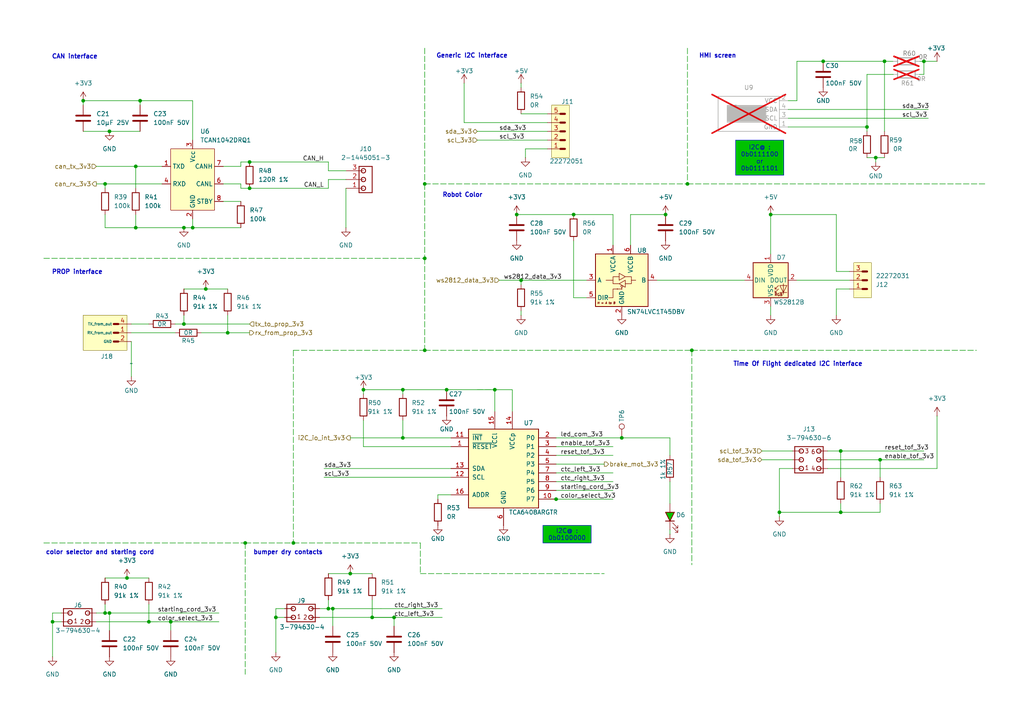
<source format=kicad_sch>
(kicad_sch (version 20231120) (generator "eeschema") (generator_version "8.0")
  (paper "A4")
  (junction (at 95.25 176.53))
  (junction (at 254 45.72))
  (junction (at 151.13 81.28))
  (junction (at 238.76 17.78))
  (junction (at 59.69 83.82))
  (junction (at 149.86 62.23))
  (junction (at 31.75 177.8))
  (junction (at 123.19 101.6))
  (junction (at 223.52 62.23))
  (junction (at 116.84 127))
  (junction (at 161.29 144.78))
  (junction (at 36.83 167.64))
  (junction (at 55.88 66.04))
  (junction (at 243.84 130.81))
  (junction (at 256.54 17.78))
  (junction (at 24.13 29.21))
  (junction (at 71.12 157.48))
  (junction (at 129.54 113.03))
  (junction (at 267.97 17.78))
  (junction (at 80.01 179.07))
  (junction (at 53.34 66.04))
  (junction (at 15.24 180.34))
  (junction (at 105.41 113.03))
  (junction (at 66.04 96.52))
  (junction (at 193.04 62.23))
  (junction (at 101.6 166.37))
  (junction (at 49.53 180.34))
  (junction (at 255.27 133.35))
  (junction (at 199.39 53.34))
  (junction (at 226.06 148.59))
  (junction (at 72.39 46.99))
  (junction (at 39.37 66.04))
  (junction (at 39.37 48.26))
  (junction (at 43.18 180.34))
  (junction (at 96.52 176.53))
  (junction (at 72.39 54.61))
  (junction (at 30.48 177.8))
  (junction (at 123.19 74.93))
  (junction (at 40.64 29.21))
  (junction (at 53.34 93.98))
  (junction (at 166.37 62.23))
  (junction (at 107.95 179.07))
  (junction (at 31.75 38.1))
  (junction (at 200.66 101.6))
  (junction (at 85.09 157.48))
  (junction (at 123.19 53.34))
  (junction (at 180.34 127))
  (junction (at 30.48 53.34))
  (junction (at 251.46 36.83))
  (junction (at 143.51 113.03))
  (junction (at 114.3 179.07))
  (junction (at 116.84 113.03))
  (junction (at 243.84 148.59))
  (wire (pts (xy 182.88 62.23) (xy 193.04 62.23)))
  (wire (pts (xy 38.1 96.52) (xy 50.8 96.52)))
  (wire (pts (xy 69.85 46.99) (xy 72.39 46.99)))
  (wire (pts (xy 251.46 21.59) (xy 259.08 21.59)))
  (wire (pts (xy 92.71 176.53) (xy 95.25 176.53)) (stroke (width 0.1524)))
  (wire (pts (xy 15.24 180.34) (xy 15.24 190.5)) (stroke (width 0.1524)))
  (wire (pts (xy 107.95 179.07) (xy 114.3 179.07)))
  (wire (pts (xy 80.01 176.53) (xy 80.01 179.07)) (stroke (width 0.1524)))
  (wire (pts (xy 30.48 177.8) (xy 31.75 177.8)) (stroke (width 0.1524)))
  (wire (pts (xy 55.88 66.04) (xy 69.85 66.04)))
  (wire (pts (xy 144.78 81.28) (xy 151.13 81.28)))
  (wire (pts (xy 53.34 83.82) (xy 59.69 83.82)))
  (wire (pts (xy 190.5 81.28) (xy 215.9 81.28)))
  (wire (pts (xy 38.1 99.06) (xy 38.1 109.22)))
  (wire (pts (xy 93.98 135.89) (xy 130.81 135.89)))
  (wire (pts (xy 149.86 62.23) (xy 166.37 62.23)))
  (wire (pts (xy 39.37 62.23) (xy 39.37 66.04)))
  (wire (pts (xy 40.64 29.21) (xy 55.88 29.21)))
  (wire (pts (xy 161.29 137.16) (xy 177.8 137.16)))
  (wire (pts (xy 242.57 83.82) (xy 246.38 83.82)))
  (wire (pts (xy 80.01 179.07) (xy 82.55 179.07)) (stroke (width 0.1524)))
  (wire (pts (xy 123.19 74.93) (xy 123.19 101.6)) (stroke (width 0) (type dash)))
  (wire (pts (xy 182.88 71.12) (xy 182.88 62.23)))
  (wire (pts (xy 53.34 93.98) (xy 72.39 93.98)))
  (wire (pts (xy 27.94 180.34) (xy 43.18 180.34)) (stroke (width 0.1524)))
  (wire (pts (xy 240.03 133.35) (xy 255.27 133.35)))
  (wire (pts (xy 100.33 49.53) (xy 95.25 49.53)))
  (wire (pts (xy 46.99 48.26) (xy 39.37 48.26)))
  (wire (pts (xy 228.6 31.75) (xy 269.24 31.75)))
  (wire (pts (xy 255.27 148.59) (xy 243.84 148.59)))
  (wire (pts (xy 80.01 179.07) (xy 80.01 189.23)) (stroke (width 0.1524)))
  (wire (pts (xy 161.29 129.54) (xy 177.8 129.54)))
  (wire (pts (xy 251.46 36.83) (xy 251.46 38.1)))
  (wire (pts (xy 121.92 157.48) (xy 121.92 166.37)) (stroke (width 0) (type dash)))
  (wire (pts (xy 166.37 86.36) (xy 170.18 86.36)))
  (wire (pts (xy 12.7 157.48) (xy 71.12 157.48)) (stroke (width 0) (type dash)))
  (wire (pts (xy 255.27 133.35) (xy 267.97 133.35)))
  (wire (pts (xy 58.42 96.52) (xy 66.04 96.52)))
  (wire (pts (xy 223.52 88.9) (xy 223.52 91.44)))
  (wire (pts (xy 50.8 93.98) (xy 53.34 93.98)))
  (wire (pts (xy 229.87 135.89) (xy 226.06 135.89)))
  (wire (pts (xy 95.25 176.53) (xy 95.25 173.99)) (stroke (width 0.1524)))
  (wire (pts (xy 226.06 135.89) (xy 226.06 148.59)))
  (wire (pts (xy 220.98 130.81) (xy 229.87 130.81)))
  (wire (pts (xy 85.09 157.48) (xy 121.92 157.48)) (stroke (width 0) (type dash)))
  (wire (pts (xy 199.39 53.34) (xy 285.75 53.34)) (stroke (width 0) (type dash)))
  (wire (pts (xy 43.18 175.26) (xy 43.18 180.34)) (stroke (width 0.1524)))
  (wire (pts (xy 161.29 144.78) (xy 177.8 144.78)))
  (wire (pts (xy 238.76 17.78) (xy 256.54 17.78)))
  (wire (pts (xy 71.12 157.48) (xy 71.12 195.58)) (stroke (width 0) (type dash)))
  (wire (pts (xy 138.43 40.64) (xy 158.75 40.64)))
  (wire (pts (xy 39.37 66.04) (xy 53.34 66.04)))
  (wire (pts (xy 267.97 17.78) (xy 271.78 17.78)))
  (wire (pts (xy 31.75 38.1) (xy 40.64 38.1)))
  (wire (pts (xy 96.52 176.53) (xy 110.49 176.53)) (stroke (width 0.1524)))
  (wire (pts (xy 255.27 146.05) (xy 255.27 148.59)))
  (wire (pts (xy 256.54 17.78) (xy 259.08 17.78)))
  (wire (pts (xy 43.18 180.34) (xy 49.53 180.34)))
  (wire (pts (xy 95.25 46.99) (xy 95.25 49.53)))
  (wire (pts (xy 30.48 53.34) (xy 30.48 54.61)))
  (wire (pts (xy 242.57 78.74) (xy 246.38 78.74)))
  (wire (pts (xy 200.66 101.6) (xy 283.21 101.6)) (stroke (width 0) (type dash)))
  (wire (pts (xy 256.54 17.78) (xy 256.54 38.1)))
  (wire (pts (xy 134.62 35.56) (xy 158.75 35.56)))
  (wire (pts (xy 127 143.51) (xy 130.81 143.51)))
  (wire (pts (xy 161.29 142.24) (xy 177.8 142.24)))
  (wire (pts (xy 72.39 46.99) (xy 95.25 46.99)))
  (wire (pts (xy 271.78 120.65) (xy 271.78 135.89)))
  (wire (pts (xy 30.48 53.34) (xy 46.99 53.34)))
  (wire (pts (xy 151.13 81.28) (xy 151.13 82.55)))
  (wire (pts (xy 223.52 62.23) (xy 223.52 73.66)))
  (wire (pts (xy 53.34 91.44) (xy 53.34 93.98)))
  (wire (pts (xy 15.24 180.34) (xy 17.78 180.34)) (stroke (width 0.1524)))
  (wire (pts (xy 138.43 113.03) (xy 143.51 113.03)) (stroke (width 0) (type dash)))
  (wire (pts (xy 161.29 132.08) (xy 177.8 132.08)))
  (wire (pts (xy 38.1 93.98) (xy 43.18 93.98)))
  (wire (pts (xy 161.29 134.62) (xy 175.26 134.62)))
  (wire (pts (xy 151.13 33.02) (xy 158.75 33.02)))
  (wire (pts (xy 69.85 48.26) (xy 69.85 46.99)))
  (wire (pts (xy 64.77 58.42) (xy 69.85 58.42)))
  (wire (pts (xy 151.13 81.28) (xy 170.18 81.28)))
  (wire (pts (xy 114.3 179.07) (xy 114.3 181.61)))
  (wire (pts (xy 64.77 53.34) (xy 69.85 53.34)))
  (wire (pts (xy 134.62 24.13) (xy 134.62 35.56)))
  (wire (pts (xy 255.27 133.35) (xy 255.27 138.43)))
  (wire (pts (xy 27.94 48.26) (xy 39.37 48.26)))
  (wire (pts (xy 231.14 29.21) (xy 231.14 17.78)))
  (wire (pts (xy 251.46 21.59) (xy 251.46 36.83)))
  (wire (pts (xy 30.48 66.04) (xy 30.48 62.23)))
  (wire (pts (xy 223.52 62.23) (xy 242.57 62.23)))
  (wire (pts (xy 31.75 177.8) (xy 31.75 182.88)))
  (wire (pts (xy 243.84 148.59) (xy 226.06 148.59)))
  (wire (pts (xy 24.13 29.21) (xy 24.13 30.48)))
  (wire (pts (xy 24.13 29.21) (xy 40.64 29.21)))
  (wire (pts (xy 231.14 81.28) (xy 246.38 81.28)))
  (wire (pts (xy 36.83 167.64) (xy 43.18 167.64)) (stroke (width 0.1524)))
  (wire (pts (xy 158.75 43.18) (xy 152.4 43.18)))
  (wire (pts (xy 66.04 96.52) (xy 72.39 96.52)))
  (wire (pts (xy 158.75 144.78) (xy 161.29 144.78)))
  (wire (pts (xy 17.78 177.8) (xy 15.24 177.8)) (stroke (width 0.1524)))
  (wire (pts (xy 49.53 180.34) (xy 63.5 180.34)))
  (wire (pts (xy 121.92 166.37) (xy 175.26 166.37)) (stroke (width 0) (type dash)))
  (wire (pts (xy 116.84 121.92) (xy 116.84 127)))
  (wire (pts (xy 40.64 29.21) (xy 40.64 30.48)))
  (wire (pts (xy 138.43 38.1) (xy 158.75 38.1)))
  (wire (pts (xy 220.98 133.35) (xy 229.87 133.35)))
  (wire (pts (xy 24.13 38.1) (xy 31.75 38.1)))
  (wire (pts (xy 271.78 135.89) (xy 240.03 135.89)))
  (wire (pts (xy 107.95 179.07) (xy 114.3 179.07)) (stroke (width 0.1524)))
  (wire (pts (xy 66.04 91.44) (xy 66.04 96.52)))
  (wire (pts (xy 71.12 157.48) (xy 85.09 157.48)) (stroke (width 0) (type dash)))
  (wire (pts (xy 148.59 119.38) (xy 148.59 113.03)))
  (wire (pts (xy 251.46 45.72) (xy 254 45.72)))
  (wire (pts (xy 143.51 119.38) (xy 143.51 113.03)))
  (wire (pts (xy 254 45.72) (xy 254 46.99)))
  (wire (pts (xy 105.41 114.3) (xy 105.41 113.03)))
  (wire (pts (xy 105.41 129.54) (xy 130.81 129.54)))
  (wire (pts (xy 242.57 62.23) (xy 242.57 78.74)))
  (wire (pts (xy 116.84 113.03) (xy 116.84 114.3)))
  (wire (pts (xy 39.37 66.04) (xy 30.48 66.04)))
  (wire (pts (xy 101.6 127) (xy 116.84 127)))
  (wire (pts (xy 69.85 54.61) (xy 72.39 54.61)))
  (wire (pts (xy 123.19 101.6) (xy 200.66 101.6)) (stroke (width 0) (type dash)))
  (wire (pts (xy 15.24 177.8) (xy 15.24 180.34)) (stroke (width 0.1524)))
  (wire (pts (xy 45.72 177.8) (xy 63.5 177.8)))
  (wire (pts (xy 55.88 63.5) (xy 55.88 66.04)))
  (wire (pts (xy 226.06 148.59) (xy 226.06 149.86)))
  (wire (pts (xy 43.18 180.34) (xy 45.72 180.34)) (stroke (width 0.1524)))
  (wire (pts (xy 64.77 48.26) (xy 69.85 48.26)))
  (wire (pts (xy 116.84 113.03) (xy 129.54 113.03)))
  (wire (pts (xy 151.13 24.13) (xy 151.13 25.4)))
  (wire (pts (xy 228.6 34.29) (xy 269.24 34.29)))
  (wire (pts (xy 231.14 29.21) (xy 228.6 29.21)))
  (wire (pts (xy 148.59 113.03) (xy 143.51 113.03)))
  (wire (pts (xy 92.71 179.07) (xy 107.95 179.07)) (stroke (width 0.1524)))
  (wire (pts (xy 243.84 130.81) (xy 267.97 130.81)))
  (wire (pts (xy 161.29 127) (xy 180.34 127)))
  (wire (pts (xy 243.84 146.05) (xy 243.84 148.59)))
  (wire (pts (xy 199.39 13.97) (xy 199.39 53.34)) (stroke (width 0) (type dash)))
  (wire (pts (xy 95.25 54.61) (xy 95.25 52.07)))
  (wire (pts (xy 114.3 179.07) (xy 128.27 179.07)))
  (wire (pts (xy 161.29 139.7) (xy 177.8 139.7)))
  (wire (pts (xy 110.49 176.53) (xy 128.27 176.53)))
  (wire (pts (xy 242.57 83.82) (xy 242.57 91.44)))
  (wire (pts (xy 152.4 43.18) (xy 152.4 45.72)))
  (wire (pts (xy 107.95 173.99) (xy 107.95 179.07)) (stroke (width 0.1524)))
  (wire (pts (xy 123.19 53.34) (xy 199.39 53.34)) (stroke (width 0) (type dash)))
  (wire (pts (xy 194.31 127) (xy 194.31 132.08)))
  (wire (pts (xy 101.6 166.37) (xy 107.95 166.37)) (stroke (width 0.1524)))
  (wire (pts (xy 240.03 130.81) (xy 243.84 130.81)))
  (wire (pts (xy 127 143.51) (xy 127 144.78)))
  (wire (pts (xy 95.25 166.37) (xy 101.6 166.37)) (stroke (width 0.1524)))
  (wire (pts (xy 85.09 101.6) (xy 123.19 101.6)) (stroke (width 0) (type dash)))
  (wire (pts (xy 55.88 29.21) (xy 55.88 40.64)))
  (wire (pts (xy 82.55 176.53) (xy 80.01 176.53)) (stroke (width 0.1524)))
  (wire (pts (xy 116.84 127) (xy 130.81 127)))
  (wire (pts (xy 30.48 167.64) (xy 36.83 167.64)) (stroke (width 0.1524)))
  (wire (pts (xy 72.39 54.61) (xy 95.25 54.61)))
  (wire (pts (xy 267.97 17.78) (xy 267.97 21.59)))
  (wire (pts (xy 267.97 17.78) (xy 266.7 17.78)))
  (wire (pts (xy 27.94 53.34) (xy 30.48 53.34)))
  (wire (pts (xy 100.33 54.61) (xy 100.33 66.04)))
  (wire (pts (xy 27.94 177.8) (xy 30.48 177.8)) (stroke (width 0.1524)))
  (wire (pts (xy 12.7 74.93) (xy 123.19 74.93)) (stroke (width 0) (type dash)))
  (wire (pts (xy 105.41 121.92) (xy 105.41 129.54)))
  (wire (pts (xy 267.97 21.59) (xy 266.7 21.59)))
  (wire (pts (xy 166.37 62.23) (xy 177.8 62.23)))
  (wire (pts (xy 49.53 180.34) (xy 49.53 182.88)))
  (wire (pts (xy 243.84 130.81) (xy 243.84 138.43)))
  (wire (pts (xy 200.66 101.6) (xy 200.66 163.83)) (stroke (width 0) (type dash)))
  (wire (pts (xy 95.25 52.07) (xy 100.33 52.07)))
  (wire (pts (xy 123.19 53.34) (xy 123.19 74.93)) (stroke (width 0) (type dash)))
  (wire (pts (xy 180.34 127) (xy 194.31 127)))
  (wire (pts (xy 231.14 17.78) (xy 238.76 17.78)))
  (wire (pts (xy 30.48 177.8) (xy 30.48 175.26)) (stroke (width 0.1524)))
  (wire (pts (xy 129.54 113.03) (xy 143.51 113.03)))
  (wire (pts (xy 151.13 90.17) (xy 151.13 91.44)))
  (wire (pts (xy 194.31 139.7) (xy 194.31 146.05)))
  (wire (pts (xy 96.52 176.53) (xy 96.52 181.61)))
  (wire (pts (xy 256.54 45.72) (xy 254 45.72)))
  (wire (pts (xy 177.8 62.23) (xy 177.8 71.12)))
  (wire (pts (xy 53.34 66.04) (xy 55.88 66.04)))
  (wire (pts (xy 95.25 176.53) (xy 96.52 176.53)) (stroke (width 0.1524)))
  (wire (pts (xy 228.6 36.83) (xy 251.46 36.83)))
  (wire (pts (xy 31.75 177.8) (xy 45.72 177.8)) (stroke (width 0.1524)))
  (wire (pts (xy 123.19 13.97) (xy 123.19 53.34)) (stroke (width 0) (type dash)))
  (wire (pts (xy 85.09 101.6) (xy 85.09 157.48)) (stroke (width 0) (type dash)))
  (wire (pts (xy 39.37 48.26) (xy 39.37 54.61)))
  (wire (pts (xy 105.41 113.03) (xy 116.84 113.03)))
  (wire (pts (xy 93.98 138.43) (xy 130.81 138.43)))
  (wire (pts (xy 194.31 153.67) (xy 194.31 154.94)))
  (wire (pts (xy 59.69 83.82) (xy 66.04 83.82)))
  (wire (pts (xy 69.85 53.34) (xy 69.85 54.61)))
  (wire (pts (xy 166.37 69.85) (xy 166.37 86.36)))
  (text_box "I2C@ : 0b0111100 or 0b0111101" (at 213.36 40.64 0) (size 13.97 10.16) (fill (type color) (color 0 194 0 1)) (effects (font (size 1.27 1.27))))
  (text_box "I2C@ : 0b0100000" (at 157.48 152.4 0) (size 13.97 5.08) (fill (type color) (color 0 194 0 1)) (effects (font (size 1.27 1.27))))
  (text "CAN interface" (at 14.986 17.272 0) (effects (font (size 1.27 1.27) (thickness 0.254) (bold yes)) (justify left bottom)))
  (text "Robot Color" (at 128.27 57.404 0) (effects (font (size 1.27 1.27) (thickness 0.254) (bold yes)) (justify left bottom)))
  (text "HMI screen" (at 202.692 17.018 0) (effects (font (size 1.27 1.27) (thickness 0.254) (bold yes)) (justify left bottom)))
  (text "PROP interface" (at 14.986 79.756 0) (effects (font (size 1.27 1.27) (thickness 0.254) (bold yes)) (justify left bottom)))
  (text "bumper dry contacts\n" (at 73.406 161.036 0) (effects (font (size 1.27 1.27) (thickness 0.254) (bold yes)) (justify left bottom)))
  (text "Generic I2C interface" (at 126.492 17.018 0) (effects (font (size 1.27 1.27) (thickness 0.254) (bold yes)) (justify left bottom)))
  (text "color selector and starting cord" (at 13.208 161.036 0) (effects (font (size 1.27 1.27) (thickness 0.254) (bold yes)) (justify left bottom)))
  (text "Time Of Flight dedicated I2C interface" (at 212.598 106.426 0) (effects (font (size 1.27 1.27) (thickness 0.254) (bold yes)) (justify left bottom)))
  (label "enable_tof_3v3" (at 162.56 129.54 0))
  (label "scl_3v3" (at 93.98 138.43 0))
  (label "ctc_left_3v3" (at 162.56 137.16 0))
  (label "scl_3v3" (at 144.78 40.64 0))
  (label "CAN_H" (at 93.98 46.99 180))
  (label "sda_3v3" (at 93.98 135.89 0))
  (label "CAN_L" (at 93.98 54.61 180))
  (label "starting_cord_3v3" (at 45.72 177.8 0))
  (label "ctc_left_3v3" (at 114.3 179.07 0))
  (label "led_com_3v3" (at 162.56 127 0))
  (label "reset_tof_3v3" (at 256.54 130.81 0))
  (label "starting_cord_3v3" (at 162.56 142.24 0))
  (label "ws2812_data_3v3" (at 146.05 81.28 0))
  (label "enable_tof_3v3" (at 256.54 133.35 0))
  (label "sda_3v3" (at 144.78 38.1 0))
  (label "scl_3v3" (at 261.62 34.29 0))
  (label "color_select_3v3" (at 45.72 180.34 0))
  (label "color_select_3v3" (at 162.56 144.78 0))
  (label "reset_tof_3v3" (at 162.56 132.08 0))
  (label "ctc_right_3v3" (at 162.56 139.7 0))
  (label "sda_3v3" (at 261.62 31.75 0))
  (label "ctc_right_3v3" (at 114.3 176.53 0))
  (hierarchical_label "rx_from_prop_3v3" (shape output) (at 72.39 96.52 0))
  (hierarchical_label "sda_tof_3v3" (shape bidirectional) (at 220.98 133.35 180))
  (hierarchical_label "ws2812_data_3v3" (shape input) (at 144.78 81.28 180))
  (hierarchical_label "scl_tof_3v3" (shape input) (at 220.98 130.81 180))
  (hierarchical_label "can_tx_3v3" (shape input) (at 27.94 48.26 180))
  (hierarchical_label "can_rx_3v3" (shape output) (at 27.94 53.34 180))
  (hierarchical_label "i2C_io_int_3v3" (shape output) (at 101.6 127 180))
  (hierarchical_label "brake_mot_3v3" (shape output) (at 175.26 134.62 0))
  (hierarchical_label "sda_3v3" (shape bidirectional) (at 138.43 38.1 180))
  (hierarchical_label "tx_to_prop_3v3" (shape input) (at 72.39 93.98 0))
  (hierarchical_label "scl_3v3" (shape input) (at 138.43 40.64 180))
  (symbol (lib_id "cocotter_connectors:3-794630-6") (at 234.95 133.35 0) (unit 1)
    (property "Reference" "J13" (at 234.6325 124.46 0))
    (property "Value" "3-794630-6" (at 234.6325 127 0))
    (property "Footprint" "cocotter_connectors:3-794630-6" (effects (hide yes)))
    (property "Datasheet" "https://www.te.com/commerce/DocumentDelivery/DDEController?Action=srchrtrv&DocNm=82181_SOFTSHELL_HIGH_DENSITY&DocType=Catalog%20Section&DocLang=English&DocFormat=pdf&PartCntxt=794618-4" (effects (hide yes)))
    (property "Description" "2x3POS MICRO MNL ASSY, vertical HDR" (effects (hide yes)))
  )
  (symbol (lib_id "cocotter_resistors:R_0R_0603") (at 262.89 17.78 90) (unit 1) (dnp yes)
    (property "Reference" "R60" (at 265.684 15.494 90) (effects (justify left)))
    (property "Value" "0R" (at 267.716 16.51 90))
    (property "Footprint" "cocotter_resistor:r0603_reflow" (effects (hide yes)))
    (property "Description" "Resistor" (effects (hide yes)))
    (property "Specification" "0R 0603 20mOhms max 100mW" (effects (hide yes)))
    (property "JLCPCB Part #" "C431718" (effects (hide yes)))
  )
  (symbol (lib_id "power:+3V3") (at 36.83 167.64 0) (unit 1)
    (property "Reference" "#PWR49" (effects (hide yes)))
    (property "Value" "+3V3" (at 36.83 162.56 0))
    (property "Description" "Power symbol creates a global label with name \"+3V3\"" (effects (hide yes)))
  )
  (symbol (lib_id "power:GND") (at 49.53 190.5 0) (unit 1)
    (property "Reference" "#PWR53" (effects (hide yes)))
    (property "Value" "GND" (at 49.53 195.58 0))
    (property "Description" "Power symbol creates a global label with name \"GND\" , ground" (effects (hide yes)))
  )
  (symbol (lib_id "power:GND") (at 100.33 66.04 0) (unit 1)
    (property "Reference" "#PWR59" (effects (hide yes)))
    (property "Value" "GND" (at 100.33 71.12 0))
    (property "Description" "Power symbol creates a global label with name \"GND\" , ground" (effects (hide yes)))
  )
  (symbol (lib_id "power:+3V3") (at 134.62 24.13 0) (unit 1)
    (property "Reference" "#PWR65" (effects (hide yes)))
    (property "Value" "+3V3" (at 134.62 20.574 0))
    (property "Description" "Power symbol creates a global label with name \"+3V3\"" (effects (hide yes)))
  )
  (symbol (lib_id "power:GND") (at 15.24 190.5 0) (unit 1)
    (property "Reference" "#PWR44" (effects (hide yes)))
    (property "Value" "GND" (at 15.24 195.58 0))
    (property "Description" "Power symbol creates a global label with name \"GND\" , ground" (effects (hide yes)))
  )
  (symbol (lib_id "cocotter_resistors:R_91k_0603_1%") (at 116.84 118.11 0) (unit 1)
    (property "Reference" "R52" (at 119.38 116.8399 0) (effects (justify left)))
    (property "Value" "91k 1%" (at 119.38 119.3799 0) (effects (justify left)))
    (property "Footprint" "cocotter_resistor:r0603_reflow" (effects (hide yes)))
    (property "Description" "Resistor" (effects (hide yes)))
    (property "Specification" "91k 0603 1% 100mW" (effects (hide yes)))
    (property "JLCPCB Part #" "C23265" (effects (hide yes)))
  )
  (symbol (lib_id "power:GND") (at 254 46.99 0) (unit 1)
    (property "Reference" "#PWR81" (effects (hide yes)))
    (property "Value" "GND" (at 254 51.054 0))
    (property "Description" "Power symbol creates a global label with name \"GND\" , ground" (effects (hide yes)))
  )
  (symbol (lib_id "cocotter_ic:TCAN1042DRQ1") (at 55.88 50.8 0) (unit 1)
    (property "Reference" "U6" (at 58.0741 38.1 0) (effects (justify left)))
    (property "Value" "TCAN1042DRQ1" (at 58.0741 40.64 0) (effects (justify left)))
    (property "Footprint" "cocotter_ic:D0008A" (effects (hide yes)))
    (property "Description" "5Mbps Transceiver SOIC-8 CAN Transceivers ROHS" (effects (hide yes)))
    (property "JLC" "C118837" (effects (hide yes)))
  )
  (symbol (lib_id "power:+3V3") (at 105.41 113.03 0) (unit 1)
    (property "Reference" "#PWR61" (effects (hide yes)))
    (property "Value" "+3V3" (at 105.41 109.474 0))
    (property "Description" "Power symbol creates a global label with name \"+3V3\"" (effects (hide yes)))
  )
  (symbol (lib_id "cocotter_diodes:WS2812B") (at 223.52 81.28 0) (unit 1)
    (property "Reference" "D7" (at 226.568 74.676 0))
    (property "Value" "WS2812B" (at 228.854 87.63 0))
    (property "Footprint" "cocotter_diodes:LED_WS2812B_PLCC4_5.0x5.0mm_P3.2mm" (effects (hide yes)))
    (property "Datasheet" "https://cdn-shop.adafruit.com/datasheets/WS2812B.pdf" (effects (hide yes)))
    (property "Description" "RGB LED with integrated controller" (effects (hide yes)))
  )
  (symbol (lib_id "power:+5V") (at 223.52 62.23 0) (unit 1)
    (property "Reference" "#PWR76" (effects (hide yes)))
    (property "Value" "+5V" (at 223.52 57.15 0))
    (property "Description" "Power symbol creates a global label with name \"+5V\"" (effects (hide yes)))
  )
  (symbol (lib_id "cocotter_resistors:R_91k_0603_1%") (at 66.04 87.63 0) (unit 1)
    (property "Reference" "R46" (at 68.58 86.3599 0) (effects (justify left)))
    (property "Value" "91k 1%" (at 68.58 88.8999 0) (effects (justify left)))
    (property "Footprint" "cocotter_resistor:r0603_reflow" (effects (hide yes)))
    (property "Description" "Resistor" (effects (hide yes)))
    (property "Specification" "91k 0603 1% 100mW" (effects (hide yes)))
    (property "JLCPCB Part #" "C23265" (effects (hide yes)))
  )
  (symbol (lib_id "power:GND") (at 127 152.4 0) (unit 1)
    (property "Reference" "#PWR63" (effects (hide yes)))
    (property "Value" "GND" (at 127 156.21 0))
    (property "Description" "Power symbol creates a global label with name \"GND\" , ground" (effects (hide yes)))
  )
  (symbol (lib_id "cocotter_capacitors:C_10µF_25V_0805_X5R") (at 24.13 34.29 0) (unit 1)
    (property "Reference" "C21" (at 27.94 33.0199 0) (effects (justify left)))
    (property "Value" "10µF 25V" (at 27.94 35.5599 0) (effects (justify left)))
    (property "Footprint" "cocotter_capacitors:C_0805_2012Metric" (effects (hide yes)))
    (property "Description" "Unpolarized capacitor" (effects (hide yes)))
    (property "Specification" "10µF 25V X7R 0805 " (effects (hide yes)))
    (property "JLCPCB Part #" "C15850" (effects (hide yes)))
  )
  (symbol (lib_id "cocotter_resistors:R_91k_0603_1%") (at 53.34 87.63 0) (unit 1)
    (property "Reference" "R44" (at 55.88 86.3599 0) (effects (justify left)))
    (property "Value" "91k 1%" (at 55.88 88.8999 0) (effects (justify left)))
    (property "Footprint" "cocotter_resistor:r0603_reflow" (effects (hide yes)))
    (property "Description" "Resistor" (effects (hide yes)))
    (property "Specification" "91k 0603 1% 100mW" (effects (hide yes)))
    (property "JLCPCB Part #" "C23265" (effects (hide yes)))
  )
  (symbol (lib_id "power:+3V3") (at 271.78 17.78 0) (unit 1)
    (property "Reference" "#PWR82" (effects (hide yes)))
    (property "Value" "+3V3" (at 271.526 13.97 0))
    (property "Description" "Power symbol creates a global label with name \"+3V3\"" (effects (hide yes)))
  )
  (symbol (lib_id "cocotter_resistors:R_1k_0603_1%") (at 194.31 135.89 0) (unit 1)
    (property "Reference" "R57" (at 194.31 135.89 90))
    (property "Value" "1k 1%" (at 192.278 136.144 90))
    (property "Footprint" "cocotter_resistor:r0603_reflow" (effects (hide yes)))
    (property "Description" "Resistor" (effects (hide yes)))
    (property "Specification" "10k 0603 1% 100mW" (effects (hide yes)))
    (property "mouser" "603-RC0603FR-10100KL" (effects (hide yes)))
    (property "JLCPCB Part #" "C2991540" (effects (hide yes)))
  )
  (symbol (lib_id "cocotter_resistors:R_91k_0603_1%") (at 95.25 170.18 0) (unit 1)
    (property "Reference" "R49" (at 97.79 168.9099 0) (effects (justify left)))
    (property "Value" "91k 1%" (at 97.79 171.4499 0) (effects (justify left)))
    (property "Footprint" "cocotter_resistor:r0603_reflow" (effects (hide yes)))
    (property "Description" "Resistor" (effects (hide yes)))
    (property "Specification" "91k 0603 1% 100mW" (effects (hide yes)))
    (property "JLCPCB Part #" "C23265" (effects (hide yes)))
  )
  (symbol (lib_id "power:GND") (at 31.75 38.1 0) (unit 1)
    (property "Reference" "#PWR46" (effects (hide yes)))
    (property "Value" "GND" (at 31.75 43.18 0))
    (property "Description" "Power symbol creates a global label with name \"GND\" , ground" (effects (hide yes)))
  )
  (symbol (lib_id "cocotter_resistors:R_0R_0603") (at 151.13 29.21 0) (unit 1)
    (property "Reference" "R54" (at 153.67 27.9399 0) (effects (justify left)))
    (property "Value" "0R" (at 153.67 30.4799 0) (effects (justify left)))
    (property "Footprint" "cocotter_resistor:r0603_reflow" (effects (hide yes)))
    (property "Description" "Resistor" (effects (hide yes)))
    (property "Specification" "0R 0603 20mOhms max 100mW" (effects (hide yes)))
    (property "JLCPCB Part #" "C431718" (effects (hide yes)))
  )
  (symbol (lib_id "pmi_2023_specific:+3V3_m") (at 59.69 83.82 0) (unit 1)
    (property "Reference" "#PWR56" (effects (hide yes)))
    (property "Value" "+3V3" (at 59.69 78.74 0))
    (property "Description" "Power symbol creates a global label with name \"+3V3_m\"" (effects (hide yes)))
  )
  (symbol (lib_id "power:GND") (at 180.34 91.44 0) (unit 1)
    (property "Reference" "#PWR72" (effects (hide yes)))
    (property "Value" "GND" (at 180.34 96.52 0))
    (property "Description" "Power symbol creates a global label with name \"GND\" , ground" (effects (hide yes)))
  )
  (symbol (lib_id "power:+5V") (at 193.04 62.23 0) (unit 1)
    (property "Reference" "#PWR74" (effects (hide yes)))
    (property "Value" "+5V" (at 193.04 57.15 0))
    (property "Description" "Power symbol creates a global label with name \"+5V\"" (effects (hide yes)))
  )
  (symbol (lib_id "cocotter_resistors:R_91k_0603_1%") (at 107.95 170.18 0) (unit 1)
    (property "Reference" "R51" (at 110.49 168.9099 0) (effects (justify left)))
    (property "Value" "91k 1%" (at 110.49 171.4499 0) (effects (justify left)))
    (property "Footprint" "cocotter_resistor:r0603_reflow" (effects (hide yes)))
    (property "Description" "Resistor" (effects (hide yes)))
    (property "Specification" "91k 0603 1% 100mW" (effects (hide yes)))
    (property "JLCPCB Part #" "C23265" (effects (hide yes)))
  )
  (symbol (lib_id "cocotter_capacitors:C_100nF_50V_0603") (at 129.54 116.84 0) (unit 1)
    (property "Reference" "C27" (at 130.175 114.3 0) (effects (justify left)))
    (property "Value" "100nF 50V" (at 130.175 119.38 0) (effects (justify left)))
    (property "Footprint" "cocotter_capacitors:C_0603_1608Metric" (effects (hide yes)))
    (property "Description" "Unpolarized capacitor tol +/-10%" (effects (hide yes)))
    (property "Specification" "100nF 50V X7R 0603 " (effects (hide yes)))
    (property "JLCPCB Part #" "C14663" (effects (hide yes)))
  )
  (symbol (lib_id "power:GND") (at 53.34 66.04 0) (unit 1)
    (property "Reference" "#PWR55" (effects (hide yes)))
    (property "Value" "GND" (at 53.34 71.12 0))
    (property "Description" "Power symbol creates a global label with name \"GND\" , ground" (effects (hide yes)))
  )
  (symbol (lib_id "cocotter_resistors:R_100k_0603_1%") (at 39.37 58.42 0) (unit 1)
    (property "Reference" "R41" (at 41.91 57.1499 0) (effects (justify left)))
    (property "Value" "100k" (at 41.91 59.6899 0) (effects (justify left)))
    (property "Footprint" "cocotter_resistor:r0603_reflow" (effects (hide yes)))
    (property "Description" "Resistor" (effects (hide yes)))
    (property "Specification" "100k 0603 1% 100mW" (effects (hide yes)))
    (property "mouser" "603-RC0603FR-10100KL" (effects (hide yes)))
    (property "JLCPCB Part #" "C25803" (effects (hide yes)))
  )
  (symbol (lib_id "cocotter_resistors:R_91k_0603_1%") (at 105.41 118.11 0) (unit 1)
    (property "Reference" "R50" (at 106.68 116.84 0) (effects (justify left)))
    (property "Value" "91k 1%" (at 110.236 119.38 0))
    (property "Footprint" "cocotter_resistor:r0603_reflow" (effects (hide yes)))
    (property "Description" "Resistor" (effects (hide yes)))
    (property "Specification" "91k 0603 1% 100mW" (effects (hide yes)))
    (property "JLCPCB Part #" "C23265" (effects (hide yes)))
  )
  (symbol (lib_id "cocotter_resistors:R_91k_0603_1%") (at 30.48 171.45 0) (unit 1)
    (property "Reference" "R40" (at 33.02 170.1799 0) (effects (justify left)))
    (property "Value" "91k 1%" (at 33.02 172.7199 0) (effects (justify left)))
    (property "Footprint" "cocotter_resistor:r0603_reflow" (effects (hide yes)))
    (property "Description" "Resistor" (effects (hide yes)))
    (property "Specification" "91k 0603 1% 100mW" (effects (hide yes)))
    (property "JLCPCB Part #" "C23265" (effects (hide yes)))
  )
  (symbol (lib_id "cocotter_capacitors:C_100nF_50V_0603") (at 193.04 66.04 0) (unit 1)
    (property "Reference" "C29" (at 196.85 64.7699 0) (effects (justify left)))
    (property "Value" "100nF 50V" (at 196.85 67.3099 0) (effects (justify left)))
    (property "Footprint" "cocotter_capacitors:C_0603_1608Metric" (effects (hide yes)))
    (property "Description" "Unpolarized capacitor tol +/-10%" (effects (hide yes)))
    (property "Specification" "100nF 50V X7R 0603 " (effects (hide yes)))
    (property "JLCPCB Part #" "C14663" (effects (hide yes)))
  )
  (symbol (lib_id "cocotter_connectors:unioc_uart") (at 38.1 96.52 0) (unit 1)
    (property "Reference" "J18" (at 30.988 103.378 0))
    (property "Value" "~" (at 38.1 105.41 0))
    (property "Footprint" "cocotter_connectors:188275-4" (effects (hide yes)))
  )
  (symbol (lib_id "cocotter_capacitors:C_100nF_50V_0603") (at 114.3 185.42 0) (unit 1)
    (property "Reference" "C26" (at 118.11 184.1499 0) (effects (justify left)))
    (property "Value" "100nF 50V" (at 118.11 186.6899 0) (effects (justify left)))
    (property "Footprint" "cocotter_capacitors:C_0603_1608Metric" (effects (hide yes)))
    (property "Description" "Unpolarized capacitor tol +/-10%" (effects (hide yes)))
    (property "Specification" "100nF 50V X7R 0603 " (effects (hide yes)))
    (property "JLCPCB Part #" "C14663" (effects (hide yes)))
  )
  (symbol (lib_id "cocotter_capacitors:C_100nF_50V_0603") (at 49.53 186.69 0) (unit 1)
    (property "Reference" "C24" (at 53.34 185.4199 0) (effects (justify left)))
    (property "Value" "100nF 50V" (at 53.34 187.9599 0) (effects (justify left)))
    (property "Footprint" "cocotter_capacitors:C_0603_1608Metric" (effects (hide yes)))
    (property "Description" "Unpolarized capacitor tol +/-10%" (effects (hide yes)))
    (property "Specification" "100nF 50V X7R 0603 " (effects (hide yes)))
    (property "JLCPCB Part #" "C14663" (effects (hide yes)))
  )
  (symbol (lib_id "power:+3V3") (at 101.6 166.37 0) (unit 1)
    (property "Reference" "#PWR60" (effects (hide yes)))
    (property "Value" "+3V3" (at 101.6 161.29 0))
    (property "Description" "Power symbol creates a global label with name \"+3V3\"" (effects (hide yes)))
  )
  (symbol (lib_id "power:GND") (at 146.05 152.4 0) (unit 1)
    (property "Reference" "#PWR66" (effects (hide yes)))
    (property "Value" "GND" (at 146.05 156.21 0))
    (property "Description" "Power symbol creates a global label with name \"GND\" , ground" (effects (hide yes)))
  )
  (symbol (lib_id "cocotter_capacitors:C_100nF_50V_0603") (at 31.75 186.69 0) (unit 1)
    (property "Reference" "C22" (at 35.56 185.4199 0) (effects (justify left)))
    (property "Value" "100nF 50V" (at 35.56 187.9599 0) (effects (justify left)))
    (property "Footprint" "cocotter_capacitors:C_0603_1608Metric" (effects (hide yes)))
    (property "Description" "Unpolarized capacitor tol +/-10%" (effects (hide yes)))
    (property "Specification" "100nF 50V X7R 0603 " (effects (hide yes)))
    (property "JLCPCB Part #" "C14663" (effects (hide yes)))
  )
  (symbol (lib_id "power:GND") (at 129.54 120.65 0) (unit 1)
    (property "Reference" "#PWR64" (effects (hide yes)))
    (property "Value" "GND" (at 129.54 124.46 0))
    (property "Description" "Power symbol creates a global label with name \"GND\" , ground" (effects (hide yes)))
  )
  (symbol (lib_id "cocotter_resistors:R_0R_0603") (at 54.61 96.52 90) (unit 1)
    (property "Reference" "R45" (at 54.61 98.806 90))
    (property "Value" "0R" (at 54.61 96.52 90))
    (property "Footprint" "cocotter_resistor:r0603_reflow" (effects (hide yes)))
    (property "Description" "Resistor" (effects (hide yes)))
    (property "Specification" "0R 0603 20mOhms max 100mW" (effects (hide yes)))
    (property "JLCPCB Part #" "C431718" (effects (hide yes)))
  )
  (symbol (lib_id "cocotter_ic:OLED_0.96inch") (at 217.17 33.02 0) (unit 1) (in_bom no) (dnp yes)
    (property "Reference" "U9" (at 217.17 25.4 0))
    (property "Value" "~" (at 213.36 30.48 0))
    (property "Footprint" "cocotter_ic:OLED_0.96inch" (effects (hide yes)))
    (property "Description" "0.96 inches, 128x64 pixels, supply [3.3;5V], I2C, SH1106 (or SSD1306) controller" (effects (hide yes)))
  )
  (symbol (lib_id "cocotter_diodes:green_led_0603") (at 194.31 149.86 90) (unit 1)
    (property "Reference" "D6" (at 196.088 149.352 90) (effects (justify right)))
    (property "Value" "green, 0603" (effects (hide yes)))
    (property "Footprint" "cocotter_diodes:LED_0603_1608Metric" (effects (hide yes)))
    (property "Description" "Light emitting diode, Green, Vf=[2V; 2.4V]" (effects (hide yes)))
    (property "DIGIKEY_REF" "3147-B19Y1UYG-20C000313U1930CT-ND" (effects (hide yes)))
    (property "MOUSER_REF" "710-150060VS55040" (effects (hide yes)))
    (property "JLCPCB Part #" "C22371299" (effects (hide yes)))
  )
  (symbol (lib_id "cocotter_resistors:R_91k_0603_1%") (at 243.84 142.24 0) (unit 1)
    (property "Reference" "R62" (at 246.38 140.9699 0) (effects (justify left)))
    (property "Value" "91k 1%" (at 246.38 143.5099 0) (effects (justify left)))
    (property "Footprint" "cocotter_resistor:r0603_reflow" (effects (hide yes)))
    (property "Description" "Resistor" (effects (hide yes)))
    (property "Specification" "91k 0603 1% 100mW" (effects (hide yes)))
    (property "JLCPCB Part #" "C23265" (effects (hide yes)))
  )
  (symbol (lib_id "cocotter_resistors:R_91k_0603_1%") (at 43.18 171.45 0) (unit 1)
    (property "Reference" "R42" (at 45.72 170.1799 0) (effects (justify left)))
    (property "Value" "91k 1%" (at 45.72 172.7199 0) (effects (justify left)))
    (property "Footprint" "cocotter_resistor:r0603_reflow" (effects (hide yes)))
    (property "Description" "Resistor" (effects (hide yes)))
    (property "Specification" "91k 0603 1% 100mW" (effects (hide yes)))
    (property "JLCPCB Part #" "C23265" (effects (hide yes)))
  )
  (symbol (lib_id "cocotter_ic:SN74LVC1T45DBV") (at 180.34 81.28 0) (unit 1)
    (property "Reference" "U8" (at 186.182 72.644 0))
    (property "Value" "SN74LVC1T45DBV" (at 190.246 90.424 0))
    (property "Footprint" "Package_TO_SOT_SMD:SOT-23-6" (effects (hide yes)))
    (property "Datasheet" "http://www.ti.com/lit/ds/symlink/sn74lvc1t45.pdf" (effects (hide yes)))
    (property "Description" "Single-Bit Dual-Supply Bus Transceiver With Configurable Voltage Translation and 3-State Outputs, SOT-23-6" (effects (hide yes)))
    (property "JLCPCB Part #" "C7843" (effects (hide yes)))
  )
  (symbol (lib_id "power:GND") (at 193.04 69.85 0) (unit 1)
    (property "Reference" "#PWR75" (effects (hide yes)))
    (property "Value" "GND" (at 193.04 74.93 0))
    (property "Description" "Power symbol creates a global label with name \"GND\" , ground" (effects (hide yes)))
  )
  (symbol (lib_id "cocotter_resistors:R_91k_0603_1%") (at 255.27 142.24 0) (unit 1)
    (property "Reference" "R63" (at 257.81 140.9699 0) (effects (justify left)))
    (property "Value" "91k 1%" (at 257.81 143.5099 0) (effects (justify left)))
    (property "Footprint" "cocotter_resistor:r0603_reflow" (effects (hide yes)))
    (property "Description" "Resistor" (effects (hide yes)))
    (property "Specification" "91k 0603 1% 100mW" (effects (hide yes)))
    (property "JLCPCB Part #" "C23265" (effects (hide yes)))
  )
  (symbol (lib_id "cocotter_resistors:R_100k_0603_1%") (at 69.85 62.23 0) (unit 1)
    (property "Reference" "R47" (at 72.39 60.9599 0) (effects (justify left)))
    (property "Value" "100k" (at 72.39 63.4999 0) (effects (justify left)))
    (property "Footprint" "cocotter_resistor:r0603_reflow" (effects (hide yes)))
    (property "Description" "Resistor" (effects (hide yes)))
    (property "Specification" "100k 0603 1% 100mW" (effects (hide yes)))
    (property "mouser" "603-RC0603FR-10100KL" (effects (hide yes)))
    (property "JLCPCB Part #" "C25803" (effects (hide yes)))
  )
  (symbol (lib_id "power:GND") (at 151.13 91.44 0) (unit 1)
    (property "Reference" "#PWR70" (effects (hide yes)))
    (property "Value" "GND" (at 151.13 96.52 0))
    (property "Description" "Power symbol creates a global label with name \"GND\" , ground" (effects (hide yes)))
  )
  (symbol (lib_id "power:+3V3") (at 149.86 62.23 0) (unit 1)
    (property "Reference" "#PWR67" (effects (hide yes)))
    (property "Value" "+3V3" (at 149.86 57.15 0))
    (property "Description" "Power symbol creates a global label with name \"+3V3\"" (effects (hide yes)))
  )
  (symbol (lib_id "cocotter_ic:TCA6408ARGTR") (at 146.05 137.16 0) (unit 1)
    (property "Reference" "U7" (at 151.892 122.682 0) (effects (justify left)))
    (property "Value" "TCA6408ARGTR" (at 147.574 148.59 0) (effects (justify left)))
    (property "Footprint" "cocotter_ic:VQFN-16-1EP_3x3mm_P0.5mm_EP1.1x1.1mm" (effects (hide yes)))
    (property "Datasheet" "https://www.ti.com/lit/ds/symlink/tca6408a.pdf" (effects (hide yes)))
    (property "Description" "8-BIT I2C/SMBUS GPIO EXPANDER" (effects (hide yes)))
    (property "mouser" "595-TCA6408ARGTR " (effects (hide yes)))
    (property "JLCPCB part#" "C181499" (effects (hide yes)))
  )
  (symbol (lib_id "cocotter_resistors:R_0R_0603") (at 166.37 66.04 0) (unit 1)
    (property "Reference" "R56" (at 168.91 64.7699 0) (effects (justify left)))
    (property "Value" "0R" (at 168.91 67.3099 0) (effects (justify left)))
    (property "Footprint" "cocotter_resistor:r0603_reflow" (effects (hide yes)))
    (property "Description" "Resistor" (effects (hide yes)))
    (property "Specification" "0R 0603 20mOhms max 100mW" (effects (hide yes)))
    (property "JLCPCB Part #" "C431718" (effects (hide yes)))
  )
  (symbol (lib_id "cocotter_connectors:3-794630-4") (at 87.63 177.8 0) (unit 1)
    (property "Reference" "J9" (at 87.376 174.244 0))
    (property "Value" "3-794630-4" (at 87.63 181.864 0))
    (property "Footprint" "cocotter_connectors:3-794630-4" (effects (hide yes)))
    (property "Datasheet" "https://www.te.com/commerce/DocumentDelivery/DDEController?Action=srchrtrv&DocNm=82181_SOFTSHELL_HIGH_DENSITY&DocType=Catalog%20Section&DocLang=English&DocFormat=pdf&PartCntxt=794618-4" (effects (hide yes)))
    (property "Description" "2x2POS MICRO MNL ASSY, vertical HDR" (effects (hide yes)))
  )
  (symbol (lib_id "power:GND") (at 31.75 190.5 0) (unit 1)
    (property "Reference" "#PWR47" (effects (hide yes)))
    (property "Value" "GND" (at 31.75 195.58 0))
    (property "Description" "Power symbol creates a global label with name \"GND\" , ground" (effects (hide yes)))
  )
  (symbol (lib_id "cocotter_resistors:R_0R_0603") (at 46.99 93.98 90) (unit 1)
    (property "Reference" "R43" (at 46.99 91.694 90))
    (property "Value" "0R" (at 46.99 93.98 90))
    (property "Footprint" "cocotter_resistor:r0603_reflow" (effects (hide yes)))
    (property "Description" "Resistor" (effects (hide yes)))
    (property "Specification" "0R 0603 20mOhms max 100mW" (effects (hide yes)))
    (property "JLCPCB Part #" "C431718" (effects (hide yes)))
  )
  (symbol (lib_id "power:+3V3") (at 271.78 120.65 0) (unit 1)
    (property "Reference" "#PWR83" (effects (hide yes)))
    (property "Value" "+3V3" (at 271.78 115.57 0))
    (property "Description" "Power symbol creates a global label with name \"+3V3\"" (effects (hide yes)))
  )
  (symbol (lib_id "power:GND") (at 96.52 189.23 0) (unit 1)
    (property "Reference" "#PWR58" (effects (hide yes)))
    (property "Value" "GND" (at 96.52 194.31 0))
    (property "Description" "Power symbol creates a global label with name \"GND\" , ground" (effects (hide yes)))
  )
  (symbol (lib_id "power:+5V") (at 151.13 24.13 0) (unit 1)
    (property "Reference" "#PWR69" (effects (hide yes)))
    (property "Value" "+5V" (at 151.13 20.574 0))
    (property "Description" "Power symbol creates a global label with name \"+5V\"" (effects (hide yes)))
  )
  (symbol (lib_id "cocotter_connectors:2-1445051-3") (at 104.14 52.07 0) (mirror y) (unit 1)
    (property "Reference" "J10" (at 106.045 43.18 0))
    (property "Value" "2-1445051-3" (at 106.045 45.72 0))
    (property "Footprint" "cocotter_connectors:2-1445051-3" (effects (hide yes)))
    (property "Description" "1x3POS micro Mate'n LOK, through hole, vertical" (effects (hide yes)))
  )
  (symbol (lib_id "pmi_2023_specific:GND_m") (at 194.31 154.94 0) (unit 1)
    (property "Reference" "#PWR73" (effects (hide yes)))
    (property "Value" "GND" (at 194.31 160.02 0))
    (property "Description" "Power symbol creates a global label with name \"GND\" , ground" (effects (hide yes)))
  )
  (symbol (lib_id "pmi_2023_specific:GND_m") (at 238.76 25.4 0) (unit 1)
    (property "Reference" "#PWR78" (effects (hide yes)))
    (property "Value" "GND" (at 238.76 29.21 0))
    (property "Description" "Power symbol creates a global label with name \"GND\" , ground" (effects (hide yes)))
  )
  (symbol (lib_id "cocotter_connectors:3-794630-4") (at 22.86 179.07 0) (unit 1)
    (property "Reference" "J6" (at 22.606 175.514 0))
    (property "Value" "3-794630-4" (at 22.606 182.88 0))
    (property "Footprint" "cocotter_connectors:3-794630-4" (effects (hide yes)))
    (property "Datasheet" "https://www.te.com/commerce/DocumentDelivery/DDEController?Action=srchrtrv&DocNm=82181_SOFTSHELL_HIGH_DENSITY&DocType=Catalog%20Section&DocLang=English&DocFormat=pdf&PartCntxt=794618-4" (effects (hide yes)))
    (property "Description" "2x2POS MICRO MNL ASSY, vertical HDR" (effects (hide yes)))
  )
  (symbol (lib_id "power:+3V3") (at 24.13 29.21 0) (unit 1)
    (property "Reference" "#PWR45" (effects (hide yes)))
    (property "Value" "+3V3" (at 24.13 24.13 0))
    (property "Description" "Power symbol creates a global label with name \"+3V3\"" (effects (hide yes)))
  )
  (symbol (lib_id "cocotter_connectors:22272051") (at 158.75 38.1 0) (mirror y) (unit 1)
    (property "Reference" "J11" (at 164.592 29.464 0))
    (property "Value" "22272051" (at 164.338 46.736 0))
    (property "Footprint" "cocotter_connectors:22272051" (effects (hide yes)))
    (property "Datasheet" "https://www.molex.com/en-us/products/part-detail/22272051" (effects (hide yes)))
    (property "Description" "mini kk 5 voies vertical" (effects (hide yes)))
  )
  (symbol (lib_id "power:GND") (at 152.4 45.72 0) (unit 1)
    (property "Reference" "#PWR71" (effects (hide yes)))
    (property "Value" "GND" (at 152.4 50.8 0))
    (property "Description" "Power symbol creates a global label with name \"GND\" , ground" (effects (hide yes)))
  )
  (symbol (lib_id "cocotter_capacitors:C_100nF_50V_0603") (at 238.76 21.59 0) (unit 1)
    (property "Reference" "C30" (at 239.395 19.05 0) (effects (justify left)))
    (property "Value" "100nF 50V" (at 239.395 24.13 0) (effects (justify left)))
    (property "Footprint" "cocotter_capacitors:C_0603_1608Metric" (effects (hide yes)))
    (property "Description" "Unpolarized capacitor tol +/-10%" (effects (hide yes)))
    (property "Specification" "100nF 50V X7R 0603 " (effects (hide yes)))
    (property "JLCPCB Part #" "C14663" (effects (hide yes)))
  )
  (symbol (lib_id "cocotter_resistors:R_120R_1206_1%") (at 72.39 50.8 0) (unit 1)
    (property "Reference" "R48" (at 74.93 49.5299 0) (effects (justify left)))
    (property "Value" "120R 1%" (at 74.93 52.0699 0) (effects (justify left)))
    (property "Footprint" "cocotter_resistor:r1206_reflow" (effects (hide yes)))
    (property "Description" "Resistor" (effects (hide yes)))
    (property "Specification" "120R 1206 1% 250mW" (effects (hide yes)))
    (property "JLCPCB Part #" "C17909" (effects (hide yes)))
  )
  (symbol (lib_id "power:GND") (at 149.86 69.85 0) (unit 1)
    (property "Reference" "#PWR68" (effects (hide yes)))
    (property "Value" "GND" (at 149.86 74.93 0))
    (property "Description" "Power symbol creates a global label with name \"GND\" , ground" (effects (hide yes)))
  )
  (symbol (lib_id "cocotter_capacitors:C_100nF_50V_0603") (at 149.86 66.04 0) (unit 1)
    (property "Reference" "C28" (at 153.67 64.7699 0) (effects (justify left)))
    (property "Value" "100nF 50V" (at 153.67 67.3099 0) (effects (justify left)))
    (property "Footprint" "cocotter_capacitors:C_0603_1608Metric" (effects (hide yes)))
    (property "Description" "Unpolarized capacitor tol +/-10%" (effects (hide yes)))
    (property "Specification" "100nF 50V X7R 0603 " (effects (hide yes)))
    (property "JLCPCB Part #" "C14663" (effects (hide yes)))
  )
  (symbol (lib_id "power:GND") (at 80.01 189.23 0) (unit 1)
    (property "Reference" "#PWR57" (effects (hide yes)))
    (property "Value" "GND" (at 80.01 194.31 0))
    (property "Description" "Power symbol creates a global label with name \"GND\" , ground" (effects (hide yes)))
  )
  (symbol (lib_id "cocotter_others:TestPoint_for_pogo_pin-1mm") (at 180.34 127 0) (unit 1) (in_bom no)
    (property "Reference" "TP6" (at 180.34 122.428 90) (effects (justify left)))
    (property "Value" "TestPoint" (effects (hide yes)))
    (property "Footprint" "cocotter_others:testpoint-THT-0.5mm" (effects (hide yes)))
    (property "Description" "test point" (effects (hide yes)))
  )
  (symbol (lib_id "cocotter_resistors:R_91k_0603_1%") (at 151.13 86.36 0) (unit 1)
    (property "Reference" "R55" (at 153.67 85.0899 0) (effects (justify left)))
    (property "Value" "91k 1%" (at 153.67 87.6299 0) (effects (justify left)))
    (property "Footprint" "cocotter_resistor:r0603_reflow" (effects (hide yes)))
    (property "Description" "Resistor" (effects (hide yes)))
    (property "Specification" "91k 0603 1% 100mW" (effects (hide yes)))
    (property "JLCPCB Part #" "C23265" (effects (hide yes)))
  )
  (symbol (lib_id "cocotter_resistors:R_0R_0603") (at 127 148.59 0) (unit 1)
    (property "Reference" "R53" (at 129.54 147.3199 0) (effects (justify left)))
    (property "Value" "0R" (at 129.54 149.8599 0) (effects (justify left)))
    (property "Footprint" "cocotter_resistor:r0603_reflow" (effects (hide yes)))
    (property "Description" "Resistor" (effects (hide yes)))
    (property "Specification" "0R 0603 20mOhms max 100mW" (effects (hide yes)))
    (property "JLCPCB Part #" "C431718" (effects (hide yes)))
  )
  (symbol (lib_id "power:GND") (at 38.1 109.22 0) (unit 1)
    (property "Reference" "#PWR50" (effects (hide yes)))
    (property "Value" "GND" (at 38.1 113.284 0))
    (property "Description" "Power symbol creates a global label with name \"GND\" , ground" (effects (hide yes)))
  )
  (symbol (lib_id "cocotter_connectors:22272031") (at 246.38 81.28 0) (mirror y) (unit 1)
    (property "Reference" "J12" (at 254 82.5501 0) (effects (justify right)))
    (property "Value" "22272031" (at 254 80.0101 0) (effects (justify right)))
    (property "Footprint" "cocotter_connectors:22272031" (effects (hide yes)))
    (property "Datasheet" "https://www.molex.com/en-us/products/part-detail/22272031" (effects (hide yes)))
    (property "Description" "mini kk 3 voies vertical" (effects (hide yes)))
  )
  (symbol (lib_id "cocotter_resistors:R_100k_0603_1%") (at 30.48 58.42 0) (unit 1)
    (property "Reference" "R39" (at 33.02 57.1499 0) (effects (justify left)))
    (property "Value" "100k" (at 33.02 59.6899 0) (effects (justify left)))
    (property "Footprint" "cocotter_resistor:r0603_reflow" (effects (hide yes)))
    (property "Description" "Resistor" (effects (hide yes)))
    (property "Specification" "100k 0603 1% 100mW" (effects (hide yes)))
    (property "mouser" "603-RC0603FR-10100KL" (effects (hide yes)))
    (property "JLCPCB Part #" "C25803" (effects (hide yes)))
  )
  (symbol (lib_id "cocotter_capacitors:C_100nF_50V_0603") (at 96.52 185.42 0) (unit 1)
    (property "Reference" "C25" (at 100.33 184.1499 0) (effects (justify left)))
    (property "Value" "100nF 50V" (at 100.33 186.6899 0) (effects (justify left)))
    (property "Footprint" "cocotter_capacitors:C_0603_1608Metric" (effects (hide yes)))
    (property "Description" "Unpolarized capacitor tol +/-10%" (effects (hide yes)))
    (property "Specification" "100nF 50V X7R 0603 " (effects (hide yes)))
    (property "JLCPCB Part #" "C14663" (effects (hide yes)))
  )
  (symbol (lib_id "power:GND") (at 242.57 91.44 0) (unit 1)
    (property "Reference" "#PWR80" (effects (hide yes)))
    (property "Value" "GND" (at 242.57 96.52 0))
    (property "Description" "Power symbol creates a global label with name \"GND\" , ground" (effects (hide yes)))
  )
  (symbol (lib_id "power:GND") (at 226.06 149.86 0) (unit 1)
    (property "Reference" "#PWR79" (effects (hide yes)))
    (property "Value" "GND" (at 226.06 154.94 0))
    (property "Description" "Power symbol creates a global label with name \"GND\" , ground" (effects (hide yes)))
  )
  (symbol (lib_id "cocotter_capacitors:C_100nF_50V_0603") (at 40.64 34.29 0) (unit 1)
    (property "Reference" "C23" (at 44.45 33.0199 0) (effects (justify left)))
    (property "Value" "100nF 50V" (at 44.45 35.5599 0) (effects (justify left)))
    (property "Footprint" "cocotter_capacitors:C_0603_1608Metric" (effects (hide yes)))
    (property "Description" "Unpolarized capacitor tol +/-10%" (effects (hide yes)))
    (property "Specification" "100nF 50V X7R 0603 " (effects (hide yes)))
    (property "JLCPCB Part #" "C14663" (effects (hide yes)))
  )
  (symbol (lib_id "cocotter_resistors:R_0R_0603") (at 251.46 41.91 180) (unit 1)
    (property "Reference" "R58" (at 250.19 40.894 0) (effects (justify left)))
    (property "Value" "0R" (at 247.396 43.18 0))
    (property "Footprint" "cocotter_resistor:r0603_reflow" (effects (hide yes)))
    (property "Description" "Resistor" (effects (hide yes)))
    (property "Specification" "0R 0603 20mOhms max 100mW" (effects (hide yes)))
    (property "JLCPCB Part #" "C431718" (effects (hide yes)))
  )
  (symbol (lib_id "power:GND") (at 114.3 189.23 0) (unit 1)
    (property "Reference" "#PWR62" (effects (hide yes)))
    (property "Value" "GND" (at 114.3 194.31 0))
    (property "Description" "Power symbol creates a global label with name \"GND\" , ground" (effects (hide yes)))
  )
  (symbol (lib_id "power:GND") (at 223.52 91.44 0) (unit 1)
    (property "Reference" "#PWR77" (effects (hide yes)))
    (property "Value" "GND" (at 223.52 96.52 0))
    (property "Description" "Power symbol creates a global label with name \"GND\" , ground" (effects (hide yes)))
  )
  (symbol (lib_id "cocotter_resistors:R_0R_0603") (at 262.89 21.59 90) (unit 1) (dnp yes)
    (property "Reference" "R61" (at 265.176 24.13 90) (effects (justify left)))
    (property "Value" "0R" (at 267.208 22.86 90))
    (property "Footprint" "cocotter_resistor:r0603_reflow" (effects (hide yes)))
    (property "Description" "Resistor" (effects (hide yes)))
    (property "Specification" "0R 0603 20mOhms max 100mW" (effects (hide yes)))
    (property "JLCPCB Part #" "C431718" (effects (hide yes)))
  )
  (symbol (lib_id "cocotter_resistors:R_0R_0603") (at 256.54 41.91 0) (unit 1)
    (property "Reference" "R59" (at 257.81 40.64 0) (effects (justify left)))
    (property "Value" "0R" (at 260.35 43.18 0))
    (property "Footprint" "cocotter_resistor:r0603_reflow" (effects (hide yes)))
    (property "Description" "Resistor" (effects (hide yes)))
    (property "Specification" "0R 0603 20mOhms max 100mW" (effects (hide yes)))
    (property "JLCPCB Part #" "C431718" (effects (hide yes)))
  )
)
</source>
